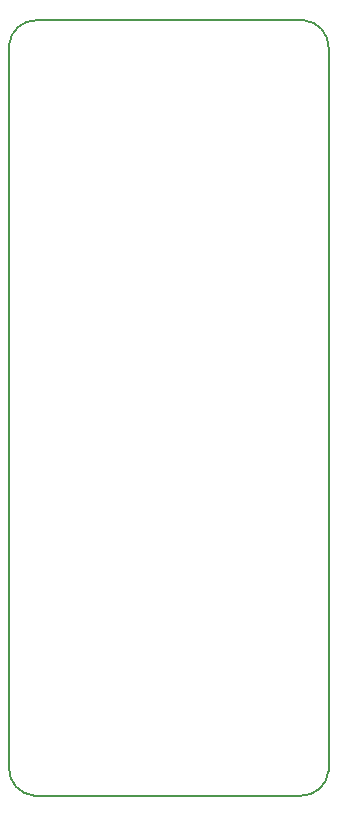
<source format=gbr>
G04 #@! TF.FileFunction,Profile,NP*
%FSLAX46Y46*%
G04 Gerber Fmt 4.6, Leading zero omitted, Abs format (unit mm)*
G04 Created by KiCad (PCBNEW 4.0.6) date 06/16/19 22:17:06*
%MOMM*%
%LPD*%
G01*
G04 APERTURE LIST*
%ADD10C,0.100000*%
%ADD11C,0.150000*%
G04 APERTURE END LIST*
D10*
D11*
X170539267Y-163307880D02*
G75*
G03X172900000Y-161200000I60733J2307880D01*
G01*
X145842120Y-160939267D02*
G75*
G03X147950000Y-163300000I2307880J-60733D01*
G01*
X148200000Y-97650000D02*
G75*
G03X145839267Y-99757880I-60733J-2307880D01*
G01*
X172907880Y-100010733D02*
G75*
G03X170800000Y-97650000I-2307880J60733D01*
G01*
X170800000Y-97650000D02*
X148200000Y-97650000D01*
X172900000Y-161200000D02*
X172900000Y-100000000D01*
X147950000Y-163300000D02*
X170550000Y-163300000D01*
X145850000Y-99750000D02*
X145850000Y-160950000D01*
M02*

</source>
